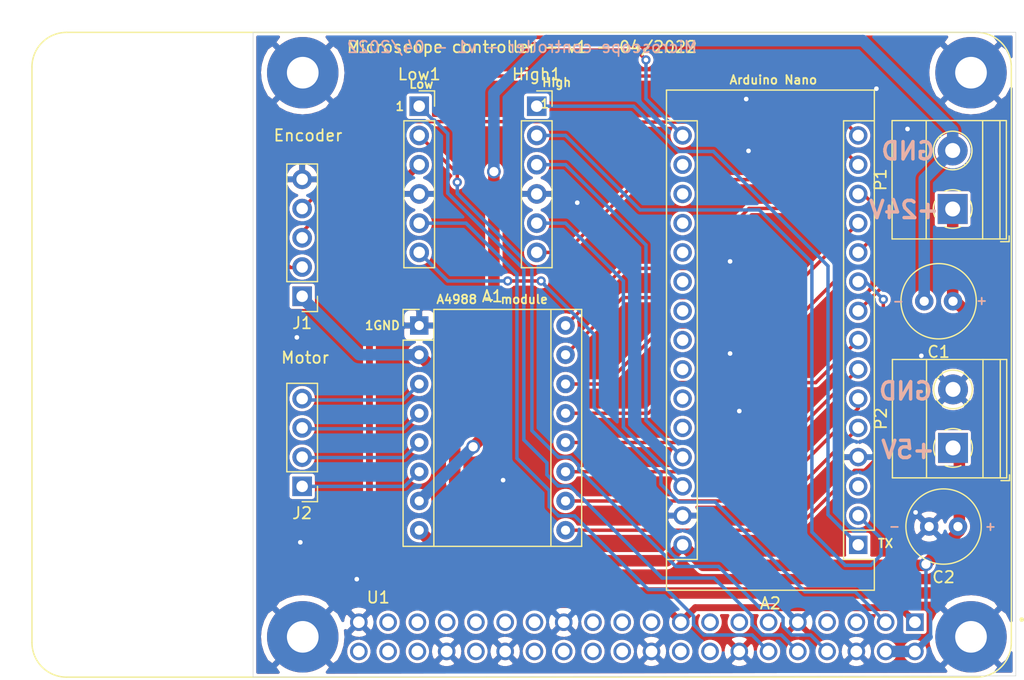
<source format=kicad_pcb>
(kicad_pcb (version 20171130) (host pcbnew "(5.1.12)-1")
  (layers (0 F.Cu signal) (31 B.Cu signal) (34 B.Paste user) (35 F.Paste user) (36 B.SilkS user) (37 F.SilkS user) (38 B.Mask user) (39 F.Mask user) (44 Edge.Cuts user))
  (net 0 "")
  (net 1 GND)
  (net 2 /NENABLE)
  (net 3 +5V)
  (net 4 /MS1)
  (net 5 /1B)
  (net 6 /MS2)
  (net 7 /1A)
  (net 8 /MS3)
  (net 9 /2A)
  (net 10 /NRESET)
  (net 11 /2B)
  (net 12 /NSLEEP)
  (net 13 GND1)
  (net 14 /STEP)
  (net 15 +24V)
  (net 16 /DIR)
  (net 17 "Net-(A2-Pad17)")
  (net 18 "Net-(A2-Pad18)")
  (net 19 "Net-(A2-Pad3)")
  (net 20 "Net-(A2-Pad19)")
  (net 21 "Net-(A2-Pad20)")
  (net 22 "Net-(A2-Pad21)")
  (net 23 "Net-(A2-Pad22)")
  (net 24 "Net-(A2-Pad23)")
  (net 25 "Net-(A2-Pad24)")
  (net 26 "Net-(A2-Pad25)")
  (net 27 "Net-(A2-Pad26)")
  (net 28 /A)
  (net 29 /B)
  (net 30 /PULSO)
  (net 31 "Net-(U1-Pad5)")
  (net 32 "Net-(U1-Pad7)")
  (net 33 "Net-(U1-Pad11)")
  (net 34 "Net-(U1-Pad13)")
  (net 35 "Net-(U1-Pad15)")
  (net 36 "Net-(U1-Pad19)")
  (net 37 "Net-(U1-Pad21)")
  (net 38 "Net-(U1-Pad23)")
  (net 39 "Net-(U1-Pad16)")
  (net 40 "Net-(U1-Pad18)")
  (net 41 "Net-(U1-Pad22)")
  (net 42 "Net-(U1-Pad24)")
  (net 43 "Net-(U1-Pad26)")
  (net 44 "Net-(U1-Pad27)")
  (net 45 "Net-(U1-Pad28)")
  (net 46 "Net-(U1-Pad29)")
  (net 47 "Net-(U1-Pad31)")
  (net 48 "Net-(U1-Pad33)")
  (net 49 "Net-(U1-Pad35)")
  (net 50 "Net-(U1-Pad37)")
  (net 51 "Net-(U1-Pad32)")
  (net 52 "Net-(U1-Pad36)")
  (net 53 "Net-(U1-Pad38)")
  (net 54 "Net-(U1-Pad40)")
  (net 55 /TX_Arduino)
  (net 56 /RX_Arduino)
  (net 57 /DIO6)
  (net 58 +5VP)
  (net 59 /NRESET_ARD)
  (net 60 +3V3)
  (net 61 /GPIO2_ARD_D6)
  (net 62 /TX_Rasp)
  (net 63 /RX_Rasp)
  (net 64 /GPIO18)
  (module Module:Pololu_Breakout-16_15.2x20.3mm (layer F.Cu) (at 109.22 102.87)
    (fp_text reference A1 (at 6.35 -2.54) (layer F.SilkS))
    (fp_text value Pololu_Breakout_A4988)
    (fp_line (start 11.43 -1.4) (end 11.43 19.18) (layer F.SilkS) (width 0.12))
    (fp_line (start 1.27 1.27) (end 1.27 19.18) (layer F.SilkS) (width 0.12))
    (fp_line (start 0 -1.4) (end -1.4 -1.4) (layer F.SilkS) (width 0.12))
    (fp_line (start -1.4 -1.4) (end -1.4 0) (layer F.SilkS) (width 0.12))
    (fp_line (start 1.27 -1.4) (end 1.27 1.27) (layer F.SilkS) (width 0.12))
    (fp_line (start 1.27 1.27) (end -1.4 1.27) (layer F.SilkS) (width 0.12))
    (fp_line (start -1.4 1.27) (end -1.4 19.18) (layer F.SilkS) (width 0.12))
    (fp_line (start -1.4 19.18) (end 14.1 19.18) (layer F.SilkS) (width 0.12))
    (fp_line (start 14.1 19.18) (end 14.1 -1.4) (layer F.SilkS) (width 0.12))
    (fp_line (start 14.1 -1.4) (end 1.27 -1.4) (layer F.SilkS) (width 0.12))
    (pad 1 thru_hole rect (at 0 0) (size 1.6 1.6) (drill 0.8) (layers *.Cu *.Mask) (net 1 GND))
    (pad 9 thru_hole oval (at 12.7 17.78) (size 1.6 1.6) (drill 0.8) (layers *.Cu *.Mask) (net 2 /NENABLE))
    (pad 2 thru_hole oval (at 0 2.54) (size 1.6 1.6) (drill 0.8) (layers *.Cu *.Mask) (net 3 +5V))
    (pad 10 thru_hole oval (at 12.7 15.24) (size 1.6 1.6) (drill 0.8) (layers *.Cu *.Mask) (net 4 /MS1))
    (pad 3 thru_hole oval (at 0 5.08) (size 1.6 1.6) (drill 0.8) (layers *.Cu *.Mask) (net 5 /1B))
    (pad 11 thru_hole oval (at 12.7 12.7) (size 1.6 1.6) (drill 0.8) (layers *.Cu *.Mask) (net 6 /MS2))
    (pad 4 thru_hole oval (at 0 7.62) (size 1.6 1.6) (drill 0.8) (layers *.Cu *.Mask) (net 7 /1A))
    (pad 12 thru_hole oval (at 12.7 10.16) (size 1.6 1.6) (drill 0.8) (layers *.Cu *.Mask) (net 8 /MS3))
    (pad 5 thru_hole oval (at 0 10.16) (size 1.6 1.6) (drill 0.8) (layers *.Cu *.Mask) (net 9 /2A))
    (pad 13 thru_hole oval (at 12.7 7.62) (size 1.6 1.6) (drill 0.8) (layers *.Cu *.Mask) (net 10 /NRESET))
    (pad 6 thru_hole oval (at 0 12.7) (size 1.6 1.6) (drill 0.8) (layers *.Cu *.Mask) (net 11 /2B))
    (pad 14 thru_hole oval (at 12.7 5.08) (size 1.6 1.6) (drill 0.8) (layers *.Cu *.Mask) (net 12 /NSLEEP))
    (pad 7 thru_hole oval (at 0 15.24) (size 1.6 1.6) (drill 0.8) (layers *.Cu *.Mask) (net 13 GND1))
    (pad 15 thru_hole oval (at 12.7 2.54) (size 1.6 1.6) (drill 0.8) (layers *.Cu *.Mask) (net 14 /STEP))
    (pad 8 thru_hole oval (at 0 17.78) (size 1.6 1.6) (drill 0.8) (layers *.Cu *.Mask) (net 15 +24V))
    (pad 16 thru_hole oval (at 12.7 0) (size 1.6 1.6) (drill 0.8) (layers *.Cu *.Mask) (net 16 /DIR))
  )
  (module Module:Arduino_Nano (layer F.Cu) (at 147.32 121.92 180)
    (fp_text reference A2 (at 7.62 -5.08) (layer F.SilkS))
    (fp_text value Arduino_Nano_Every)
    (fp_line (start 1.27 1.27) (end 1.27 -1.27) (layer F.SilkS) (width 0.12))
    (fp_line (start 1.27 -1.27) (end -1.4 -1.27) (layer F.SilkS) (width 0.12))
    (fp_line (start -1.4 1.27) (end -1.4 39.5) (layer F.SilkS) (width 0.12))
    (fp_line (start -1.4 -3.94) (end -1.4 -1.27) (layer F.SilkS) (width 0.12))
    (fp_line (start 13.97 -1.27) (end 16.64 -1.27) (layer F.SilkS) (width 0.12))
    (fp_line (start 13.97 -1.27) (end 13.97 36.83) (layer F.SilkS) (width 0.12))
    (fp_line (start 13.97 36.83) (end 16.64 36.83) (layer F.SilkS) (width 0.12))
    (fp_line (start 1.27 1.27) (end -1.4 1.27) (layer F.SilkS) (width 0.12))
    (fp_line (start 1.27 1.27) (end 1.27 36.83) (layer F.SilkS) (width 0.12))
    (fp_line (start 1.27 36.83) (end -1.4 36.83) (layer F.SilkS) (width 0.12))
    (fp_line (start -1.4 39.5) (end 16.64 39.5) (layer F.SilkS) (width 0.12))
    (fp_line (start 16.64 39.5) (end 16.64 -3.94) (layer F.SilkS) (width 0.12))
    (fp_line (start 16.64 -3.94) (end -1.4 -3.94) (layer F.SilkS) (width 0.12))
    (pad 1 thru_hole rect (at 0 0 180) (size 1.6 1.6) (drill 1) (layers *.Cu *.Mask) (net 55 /TX_Arduino))
    (pad 17 thru_hole oval (at 15.24 33.02 180) (size 1.6 1.6) (drill 1) (layers *.Cu *.Mask) (net 17 "Net-(A2-Pad17)"))
    (pad 2 thru_hole oval (at 0 2.54 180) (size 1.6 1.6) (drill 1) (layers *.Cu *.Mask) (net 56 /RX_Arduino))
    (pad 18 thru_hole oval (at 15.24 30.48 180) (size 1.6 1.6) (drill 1) (layers *.Cu *.Mask) (net 18 "Net-(A2-Pad18)"))
    (pad 3 thru_hole oval (at 0 5.08 180) (size 1.6 1.6) (drill 1) (layers *.Cu *.Mask) (net 19 "Net-(A2-Pad3)"))
    (pad 19 thru_hole oval (at 15.24 27.94 180) (size 1.6 1.6) (drill 1) (layers *.Cu *.Mask) (net 20 "Net-(A2-Pad19)"))
    (pad 4 thru_hole oval (at 0 7.62 180) (size 1.6 1.6) (drill 1) (layers *.Cu *.Mask) (net 1 GND))
    (pad 20 thru_hole oval (at 15.24 25.4 180) (size 1.6 1.6) (drill 1) (layers *.Cu *.Mask) (net 21 "Net-(A2-Pad20)"))
    (pad 5 thru_hole oval (at 0 10.16 180) (size 1.6 1.6) (drill 1) (layers *.Cu *.Mask) (net 4 /MS1))
    (pad 21 thru_hole oval (at 15.24 22.86 180) (size 1.6 1.6) (drill 1) (layers *.Cu *.Mask) (net 22 "Net-(A2-Pad21)"))
    (pad 6 thru_hole oval (at 0 12.7 180) (size 1.6 1.6) (drill 1) (layers *.Cu *.Mask) (net 6 /MS2))
    (pad 22 thru_hole oval (at 15.24 20.32 180) (size 1.6 1.6) (drill 1) (layers *.Cu *.Mask) (net 23 "Net-(A2-Pad22)"))
    (pad 7 thru_hole oval (at 0 15.24 180) (size 1.6 1.6) (drill 1) (layers *.Cu *.Mask) (net 8 /MS3))
    (pad 23 thru_hole oval (at 15.24 17.78 180) (size 1.6 1.6) (drill 1) (layers *.Cu *.Mask) (net 24 "Net-(A2-Pad23)"))
    (pad 8 thru_hole oval (at 0 17.78 180) (size 1.6 1.6) (drill 1) (layers *.Cu *.Mask) (net 10 /NRESET))
    (pad 24 thru_hole oval (at 15.24 15.24 180) (size 1.6 1.6) (drill 1) (layers *.Cu *.Mask) (net 25 "Net-(A2-Pad24)"))
    (pad 9 thru_hole oval (at 0 20.32 180) (size 1.6 1.6) (drill 1) (layers *.Cu *.Mask) (net 57 /DIO6))
    (pad 25 thru_hole oval (at 15.24 12.7 180) (size 1.6 1.6) (drill 1) (layers *.Cu *.Mask) (net 26 "Net-(A2-Pad25)"))
    (pad 10 thru_hole oval (at 0 22.86 180) (size 1.6 1.6) (drill 1) (layers *.Cu *.Mask) (net 2 /NENABLE))
    (pad 26 thru_hole oval (at 15.24 10.16 180) (size 1.6 1.6) (drill 1) (layers *.Cu *.Mask) (net 27 "Net-(A2-Pad26)"))
    (pad 11 thru_hole oval (at 0 25.4 180) (size 1.6 1.6) (drill 1) (layers *.Cu *.Mask) (net 16 /DIR))
    (pad 27 thru_hole oval (at 15.24 7.62 180) (size 1.6 1.6) (drill 1) (layers *.Cu *.Mask) (net 58 +5VP))
    (pad 12 thru_hole oval (at 0 27.94 180) (size 1.6 1.6) (drill 1) (layers *.Cu *.Mask) (net 14 /STEP))
    (pad 28 thru_hole oval (at 15.24 5.08 180) (size 1.6 1.6) (drill 1) (layers *.Cu *.Mask) (net 59 /NRESET_ARD))
    (pad 13 thru_hole oval (at 0 30.48 180) (size 1.6 1.6) (drill 1) (layers *.Cu *.Mask) (net 12 /NSLEEP))
    (pad 29 thru_hole oval (at 15.24 2.54 180) (size 1.6 1.6) (drill 1) (layers *.Cu *.Mask) (net 1 GND))
    (pad 14 thru_hole oval (at 0 33.02 180) (size 1.6 1.6) (drill 1) (layers *.Cu *.Mask) (net 28 /A))
    (pad 30 thru_hole oval (at 15.24 0 180) (size 1.6 1.6) (drill 1) (layers *.Cu *.Mask) (net 3 +5V))
    (pad 15 thru_hole oval (at 0 35.56 180) (size 1.6 1.6) (drill 1) (layers *.Cu *.Mask) (net 29 /B))
    (pad 16 thru_hole oval (at 15.24 35.56 180) (size 1.6 1.6) (drill 1) (layers *.Cu *.Mask) (net 30 /PULSO))
  )
  (module TerminalBlock_Phoenix:TerminalBlock_Phoenix_MKDS-1,5-2-5.08_1x02_P5.08mm_Horizontal (layer F.Cu) (at 155.52 92.75 90)
    (fp_text reference P1 (at 2.54 -6.26 90) (layer F.SilkS))
    (fp_text value "Power 24V")
    (fp_circle (center 5.08 0) (end 6.76 0) (layer F.SilkS) (width 0.12))
    (fp_line (start -2.6 4.1) (end 7.68 4.1) (layer F.SilkS) (width 0.12))
    (fp_line (start -2.6 2.6) (end 7.68 2.6) (layer F.SilkS) (width 0.12))
    (fp_line (start -2.6 -2.301) (end 7.68 -2.301) (layer F.SilkS) (width 0.12))
    (fp_line (start -2.6 -5.261) (end 7.68 -5.261) (layer F.SilkS) (width 0.12))
    (fp_line (start -2.6 4.66) (end 7.68 4.66) (layer F.SilkS) (width 0.12))
    (fp_line (start -2.6 -5.261) (end -2.6 4.66) (layer F.SilkS) (width 0.12))
    (fp_line (start 7.68 -5.261) (end 7.68 4.66) (layer F.SilkS) (width 0.12))
    (fp_line (start 6.355 -1.069) (end 6.308 -1.023) (layer F.SilkS) (width 0.12))
    (fp_line (start 4.046 1.239) (end 4.011 1.274) (layer F.SilkS) (width 0.12))
    (fp_line (start 6.15 -1.275) (end 6.115 -1.239) (layer F.SilkS) (width 0.12))
    (fp_line (start 3.853 1.023) (end 3.806 1.069) (layer F.SilkS) (width 0.12))
    (fp_line (start -2.84 4.16) (end -2.84 4.9) (layer F.SilkS) (width 0.12))
    (fp_line (start -2.84 4.9) (end -2.34 4.9) (layer F.SilkS) (width 0.12))
    (fp_arc (start 0 0) (end 0 1.68) (angle -24) (layer F.SilkS) (width 0.12))
    (fp_arc (start 0 0) (end 1.535 0.684) (angle -48) (layer F.SilkS) (width 0.12))
    (fp_arc (start 0 0) (end 0.684 -1.535) (angle -48) (layer F.SilkS) (width 0.12))
    (fp_arc (start 0 0) (end -1.535 -0.684) (angle -48) (layer F.SilkS) (width 0.12))
    (fp_arc (start 0 0) (end -0.684 1.535) (angle -25) (layer F.SilkS) (width 0.12))
    (pad 1 thru_hole rect (at 0 0 90) (size 2.6 2.6) (drill 1.3) (layers *.Cu *.Mask) (net 15 +24V))
    (pad 2 thru_hole circle (at 5.08 0 90) (size 2.6 2.6) (drill 1.3) (layers *.Cu *.Mask) (net 13 GND1))
  )
  (module TerminalBlock_Phoenix:TerminalBlock_Phoenix_MKDS-1,5-2-5.08_1x02_P5.08mm_Horizontal (layer F.Cu) (at 155.55 113.5 90)
    (fp_text reference P2 (at 2.54 -6.26 90) (layer F.SilkS))
    (fp_text value "Power 5.5V")
    (fp_line (start -2.84 4.9) (end -2.34 4.9) (layer F.SilkS) (width 0.12))
    (fp_line (start -2.84 4.16) (end -2.84 4.9) (layer F.SilkS) (width 0.12))
    (fp_line (start 3.853 1.023) (end 3.806 1.069) (layer F.SilkS) (width 0.12))
    (fp_line (start 6.15 -1.275) (end 6.115 -1.239) (layer F.SilkS) (width 0.12))
    (fp_line (start 4.046 1.239) (end 4.011 1.274) (layer F.SilkS) (width 0.12))
    (fp_line (start 6.355 -1.069) (end 6.308 -1.023) (layer F.SilkS) (width 0.12))
    (fp_line (start 7.68 -5.261) (end 7.68 4.66) (layer F.SilkS) (width 0.12))
    (fp_line (start -2.6 -5.261) (end -2.6 4.66) (layer F.SilkS) (width 0.12))
    (fp_line (start -2.6 4.66) (end 7.68 4.66) (layer F.SilkS) (width 0.12))
    (fp_line (start -2.6 -5.261) (end 7.68 -5.261) (layer F.SilkS) (width 0.12))
    (fp_line (start -2.6 -2.301) (end 7.68 -2.301) (layer F.SilkS) (width 0.12))
    (fp_line (start -2.6 2.6) (end 7.68 2.6) (layer F.SilkS) (width 0.12))
    (fp_line (start -2.6 4.1) (end 7.68 4.1) (layer F.SilkS) (width 0.12))
    (fp_circle (center 5.08 0) (end 6.76 0) (layer F.SilkS) (width 0.12))
    (fp_arc (start 0 0) (end -0.684 1.535) (angle -25) (layer F.SilkS) (width 0.12))
    (fp_arc (start 0 0) (end -1.535 -0.684) (angle -48) (layer F.SilkS) (width 0.12))
    (fp_arc (start 0 0) (end 0.684 -1.535) (angle -48) (layer F.SilkS) (width 0.12))
    (fp_arc (start 0 0) (end 1.535 0.684) (angle -48) (layer F.SilkS) (width 0.12))
    (fp_arc (start 0 0) (end 0 1.68) (angle -24) (layer F.SilkS) (width 0.12))
    (pad 2 thru_hole circle (at 5.08 0 90) (size 2.6 2.6) (drill 1.3) (layers *.Cu *.Mask) (net 1 GND))
    (pad 1 thru_hole rect (at 0 0 90) (size 2.6 2.6) (drill 1.3) (layers *.Cu *.Mask) (net 3 +5V))
  )
  (module RASPBERRY_PI_3_MODEL_B_:MODULE_RASPBERRY_PI_3_MODEL_B+ (layer F.Cu) (at 118.11 105.41 180)
    (fp_text reference U1 (at 12.446 -21.082) (layer F.SilkS))
    (fp_text value RASPBERRY_PI_3_MODEL_B+)
    (fp_line (start -42.5 -25) (end -42.5 25) (layer F.SilkS) (width 0.127))
    (fp_line (start -39.5 28) (end 39.5 28) (layer F.SilkS) (width 0.127))
    (fp_line (start 42.5 25) (end 42.5 -25) (layer F.SilkS) (width 0.127))
    (fp_line (start 39.5 -28) (end -39.5 -28) (layer F.SilkS) (width 0.127))
    (fp_circle (center -43.4 -23) (end -43.3 -23) (layer F.SilkS) (width 0.2))
    (fp_arc (start -39.5 25) (end -39.5 28) (angle 90) (layer F.SilkS) (width 0.127))
    (fp_arc (start 39.5 25) (end 42.5 25) (angle 90) (layer F.SilkS) (width 0.127))
    (fp_arc (start 39.5 -25) (end 39.5 -28) (angle 90) (layer F.SilkS) (width 0.127))
    (fp_arc (start -39.5 -25) (end -42.5 -25) (angle 90) (layer F.SilkS) (width 0.127))
    (pad S4 thru_hole circle (at -39 24.5 180) (size 6.2 6.2) (drill 2.75) (layers *.Cu *.Mask) (net 1 GND))
    (pad S3 thru_hole circle (at 19 24.5 180) (size 6.2 6.2) (drill 2.75) (layers *.Cu *.Mask) (net 1 GND))
    (pad S2 thru_hole circle (at 19 -24.5 180) (size 6.2 6.2) (drill 2.75) (layers *.Cu *.Mask) (net 1 GND))
    (pad S1 thru_hole circle (at -39 -24.5 180) (size 6.2 6.2) (drill 2.75) (layers *.Cu *.Mask) (net 1 GND))
    (pad 1 thru_hole rect (at -34.13 -23.23 180) (size 1.524 1.524) (drill 1.016) (layers *.Cu *.Mask) (net 60 +3V3))
    (pad 3 thru_hole circle (at -31.59 -23.23 180) (size 1.524 1.524) (drill 1.016) (layers *.Cu *.Mask) (net 61 /GPIO2_ARD_D6))
    (pad 5 thru_hole circle (at -29.05 -23.23 180) (size 1.524 1.524) (drill 1.016) (layers *.Cu *.Mask) (net 31 "Net-(U1-Pad5)"))
    (pad 7 thru_hole circle (at -26.51 -23.23 180) (size 1.524 1.524) (drill 1.016) (layers *.Cu *.Mask) (net 32 "Net-(U1-Pad7)"))
    (pad 9 thru_hole circle (at -23.97 -23.23 180) (size 1.524 1.524) (drill 1.016) (layers *.Cu *.Mask) (net 1 GND))
    (pad 11 thru_hole circle (at -21.43 -23.23 180) (size 1.524 1.524) (drill 1.016) (layers *.Cu *.Mask) (net 33 "Net-(U1-Pad11)"))
    (pad 2 thru_hole circle (at -34.13 -25.77 180) (size 1.524 1.524) (drill 1.016) (layers *.Cu *.Mask) (net 3 +5V))
    (pad 4 thru_hole circle (at -31.59 -25.77 180) (size 1.524 1.524) (drill 1.016) (layers *.Cu *.Mask) (net 3 +5V))
    (pad 6 thru_hole circle (at -29.05 -25.77 180) (size 1.524 1.524) (drill 1.016) (layers *.Cu *.Mask) (net 1 GND))
    (pad 8 thru_hole circle (at -26.51 -25.77 180) (size 1.524 1.524) (drill 1.016) (layers *.Cu *.Mask) (net 62 /TX_Rasp))
    (pad 10 thru_hole circle (at -23.97 -25.77 180) (size 1.524 1.524) (drill 1.016) (layers *.Cu *.Mask) (net 63 /RX_Rasp))
    (pad 12 thru_hole circle (at -21.43 -25.77 180) (size 1.524 1.524) (drill 1.016) (layers *.Cu *.Mask) (net 64 /GPIO18))
    (pad 13 thru_hole circle (at -18.89 -23.23 180) (size 1.524 1.524) (drill 1.016) (layers *.Cu *.Mask) (net 34 "Net-(U1-Pad13)"))
    (pad 14 thru_hole circle (at -18.89 -25.77 180) (size 1.524 1.524) (drill 1.016) (layers *.Cu *.Mask) (net 1 GND))
    (pad 15 thru_hole circle (at -16.35 -23.23 180) (size 1.524 1.524) (drill 1.016) (layers *.Cu *.Mask) (net 35 "Net-(U1-Pad15)"))
    (pad 17 thru_hole circle (at -13.81 -23.23 180) (size 1.524 1.524) (drill 1.016) (layers *.Cu *.Mask) (net 60 +3V3))
    (pad 19 thru_hole circle (at -11.27 -23.23 180) (size 1.524 1.524) (drill 1.016) (layers *.Cu *.Mask) (net 36 "Net-(U1-Pad19)"))
    (pad 21 thru_hole circle (at -8.73 -23.23 180) (size 1.524 1.524) (drill 1.016) (layers *.Cu *.Mask) (net 37 "Net-(U1-Pad21)"))
    (pad 23 thru_hole circle (at -6.19 -23.23 180) (size 1.524 1.524) (drill 1.016) (layers *.Cu *.Mask) (net 38 "Net-(U1-Pad23)"))
    (pad 25 thru_hole circle (at -3.65 -23.23 180) (size 1.524 1.524) (drill 1.016) (layers *.Cu *.Mask) (net 1 GND))
    (pad 16 thru_hole circle (at -16.35 -25.77 180) (size 1.524 1.524) (drill 1.016) (layers *.Cu *.Mask) (net 39 "Net-(U1-Pad16)"))
    (pad 18 thru_hole circle (at -13.81 -25.77 180) (size 1.524 1.524) (drill 1.016) (layers *.Cu *.Mask) (net 40 "Net-(U1-Pad18)"))
    (pad 20 thru_hole circle (at -11.27 -25.77 180) (size 1.524 1.524) (drill 1.016) (layers *.Cu *.Mask) (net 1 GND))
    (pad 22 thru_hole circle (at -8.73 -25.77 180) (size 1.524 1.524) (drill 1.016) (layers *.Cu *.Mask) (net 41 "Net-(U1-Pad22)"))
    (pad 24 thru_hole circle (at -6.19 -25.77 180) (size 1.524 1.524) (drill 1.016) (layers *.Cu *.Mask) (net 42 "Net-(U1-Pad24)"))
    (pad 26 thru_hole circle (at -3.65 -25.77 180) (size 1.524 1.524) (drill 1.016) (layers *.Cu *.Mask) (net 43 "Net-(U1-Pad26)"))
    (pad 27 thru_hole circle (at -1.11 -23.23 180) (size 1.524 1.524) (drill 1.016) (layers *.Cu *.Mask) (net 44 "Net-(U1-Pad27)"))
    (pad 28 thru_hole circle (at -1.11 -25.77 180) (size 1.524 1.524) (drill 1.016) (layers *.Cu *.Mask) (net 45 "Net-(U1-Pad28)"))
    (pad 29 thru_hole circle (at 1.43 -23.23 180) (size 1.524 1.524) (drill 1.016) (layers *.Cu *.Mask) (net 46 "Net-(U1-Pad29)"))
    (pad 31 thru_hole circle (at 3.97 -23.23 180) (size 1.524 1.524) (drill 1.016) (layers *.Cu *.Mask) (net 47 "Net-(U1-Pad31)"))
    (pad 33 thru_hole circle (at 6.51 -23.23 180) (size 1.524 1.524) (drill 1.016) (layers *.Cu *.Mask) (net 48 "Net-(U1-Pad33)"))
    (pad 35 thru_hole circle (at 9.05 -23.23 180) (size 1.524 1.524) (drill 1.016) (layers *.Cu *.Mask) (net 49 "Net-(U1-Pad35)"))
    (pad 37 thru_hole circle (at 11.59 -23.23 180) (size 1.524 1.524) (drill 1.016) (layers *.Cu *.Mask) (net 50 "Net-(U1-Pad37)"))
    (pad 39 thru_hole circle (at 14.13 -23.23 180) (size 1.524 1.524) (drill 1.016) (layers *.Cu *.Mask) (net 1 GND))
    (pad 30 thru_hole circle (at 1.43 -25.77 180) (size 1.524 1.524) (drill 1.016) (layers *.Cu *.Mask) (net 1 GND))
    (pad 32 thru_hole circle (at 3.97 -25.77 180) (size 1.524 1.524) (drill 1.016) (layers *.Cu *.Mask) (net 51 "Net-(U1-Pad32)"))
    (pad 34 thru_hole circle (at 6.51 -25.77 180) (size 1.524 1.524) (drill 1.016) (layers *.Cu *.Mask) (net 1 GND))
    (pad 36 thru_hole circle (at 9.05 -25.77 180) (size 1.524 1.524) (drill 1.016) (layers *.Cu *.Mask) (net 52 "Net-(U1-Pad36)"))
    (pad 38 thru_hole circle (at 11.59 -25.77 180) (size 1.524 1.524) (drill 1.016) (layers *.Cu *.Mask) (net 53 "Net-(U1-Pad38)"))
    (pad 40 thru_hole circle (at 14.13 -25.77 180) (size 1.524 1.524) (drill 1.016) (layers *.Cu *.Mask) (net 54 "Net-(U1-Pad40)"))
  )
  (module Connector_PinSocket_2.54mm:PinSocket_1x06_P2.54mm_Vertical (layer F.Cu) (at 119.42 83.82)
    (fp_text reference High1 (at 0 -2.77) (layer F.SilkS))
    (fp_text value Conn_01x06_Female)
    (fp_line (start -1.33 1.27) (end 1.33 1.27) (layer F.SilkS) (width 0.12))
    (fp_line (start -1.33 1.27) (end -1.33 14.03) (layer F.SilkS) (width 0.12))
    (fp_line (start -1.33 14.03) (end 1.33 14.03) (layer F.SilkS) (width 0.12))
    (fp_line (start 1.33 1.27) (end 1.33 14.03) (layer F.SilkS) (width 0.12))
    (fp_line (start 1.33 -1.33) (end 1.33 0) (layer F.SilkS) (width 0.12))
    (fp_line (start 0 -1.33) (end 1.33 -1.33) (layer F.SilkS) (width 0.12))
    (pad 6 thru_hole oval (at 0 12.7) (size 1.7 1.7) (drill 1) (layers *.Cu *.Mask) (net 57 /DIO6))
    (pad 5 thru_hole oval (at 0 10.16) (size 1.7 1.7) (drill 1) (layers *.Cu *.Mask) (net 59 /NRESET_ARD))
    (pad 4 thru_hole oval (at 0 7.62) (size 1.7 1.7) (drill 1) (layers *.Cu *.Mask) (net 1 GND))
    (pad 3 thru_hole oval (at 0 5.08) (size 1.7 1.7) (drill 1) (layers *.Cu *.Mask) (net 58 +5VP))
    (pad 2 thru_hole oval (at 0 2.54) (size 1.7 1.7) (drill 1) (layers *.Cu *.Mask) (net 56 /RX_Arduino))
    (pad 1 thru_hole rect (at 0 0) (size 1.7 1.7) (drill 1) (layers *.Cu *.Mask) (net 55 /TX_Arduino))
  )
  (module Connector_PinSocket_2.54mm:PinSocket_1x06_P2.54mm_Vertical (layer F.Cu) (at 109.22 83.82)
    (fp_text reference Low1 (at 0 -2.77) (layer F.SilkS))
    (fp_text value Conn_01x06_Female)
    (fp_line (start 0 -1.33) (end 1.33 -1.33) (layer F.SilkS) (width 0.12))
    (fp_line (start 1.33 -1.33) (end 1.33 0) (layer F.SilkS) (width 0.12))
    (fp_line (start 1.33 1.27) (end 1.33 14.03) (layer F.SilkS) (width 0.12))
    (fp_line (start -1.33 14.03) (end 1.33 14.03) (layer F.SilkS) (width 0.12))
    (fp_line (start -1.33 1.27) (end -1.33 14.03) (layer F.SilkS) (width 0.12))
    (fp_line (start -1.33 1.27) (end 1.33 1.27) (layer F.SilkS) (width 0.12))
    (pad 1 thru_hole rect (at 0 0) (size 1.7 1.7) (drill 1) (layers *.Cu *.Mask) (net 63 /RX_Rasp))
    (pad 2 thru_hole oval (at 0 2.54) (size 1.7 1.7) (drill 1) (layers *.Cu *.Mask) (net 62 /TX_Rasp))
    (pad 3 thru_hole oval (at 0 5.08) (size 1.7 1.7) (drill 1) (layers *.Cu *.Mask) (net 60 +3V3))
    (pad 4 thru_hole oval (at 0 7.62) (size 1.7 1.7) (drill 1) (layers *.Cu *.Mask) (net 1 GND))
    (pad 5 thru_hole oval (at 0 10.16) (size 1.7 1.7) (drill 1) (layers *.Cu *.Mask) (net 64 /GPIO18))
    (pad 6 thru_hole oval (at 0 12.7) (size 1.7 1.7) (drill 1) (layers *.Cu *.Mask) (net 61 /GPIO2_ARD_D6))
  )
  (module Capacitor_THT:C_Radial_D6.3mm_H7.0mm_P2.50mm (layer F.Cu) (at 155.55 100.76 180)
    (fp_text reference C1 (at 1.25 -4.4) (layer F.SilkS))
    (fp_text value "100 uF/ 25 V")
    (fp_circle (center 1.25 0) (end 4.52 0) (layer F.SilkS) (width 0.12))
    (pad 1 thru_hole circle (at 0 0 180) (size 1.6 1.6) (drill 0.8) (layers *.Cu *.Mask) (net 15 +24V))
    (pad 2 thru_hole circle (at 2.5 0 180) (size 1.6 1.6) (drill 0.8) (layers *.Cu *.Mask) (net 13 GND1))
  )
  (module Capacitor_THT:C_Radial_D6.3mm_H7.0mm_P2.50mm (layer F.Cu) (at 155.98 120.33 180)
    (fp_text reference C2 (at 1.25 -4.4) (layer F.SilkS))
    (fp_text value "100 uF/ 25 V")
    (fp_circle (center 1.25 0) (end 4.52 0) (layer F.SilkS) (width 0.12))
    (pad 2 thru_hole circle (at 2.5 0 180) (size 1.6 1.6) (drill 0.8) (layers *.Cu *.Mask) (net 1 GND))
    (pad 1 thru_hole circle (at 0 0 180) (size 1.6 1.6) (drill 0.8) (layers *.Cu *.Mask) (net 3 +5V))
  )
  (module Connector_PinHeader_2.54mm:PinHeader_1x05_P2.54mm_Vertical (layer F.Cu) (at 99.06 100.33 180)
    (fp_text reference J1 (at 0 -2.33) (layer F.SilkS))
    (fp_text value encoder)
    (fp_line (start -1.33 11.49) (end 1.33 11.49) (layer F.SilkS) (width 0.12))
    (fp_line (start -1.33 1.27) (end -1.33 11.49) (layer F.SilkS) (width 0.12))
    (fp_line (start 1.33 1.27) (end 1.33 11.49) (layer F.SilkS) (width 0.12))
    (fp_line (start -1.33 1.27) (end 1.33 1.27) (layer F.SilkS) (width 0.12))
    (fp_line (start -1.33 0) (end -1.33 -1.33) (layer F.SilkS) (width 0.12))
    (fp_line (start -1.33 -1.33) (end 0 -1.33) (layer F.SilkS) (width 0.12))
    (pad 1 thru_hole rect (at 0 0 180) (size 1.7 1.7) (drill 1) (layers *.Cu *.Mask) (net 3 +5V))
    (pad 2 thru_hole oval (at 0 2.54 180) (size 1.7 1.7) (drill 1) (layers *.Cu *.Mask) (net 30 /PULSO))
    (pad 3 thru_hole oval (at 0 5.08 180) (size 1.7 1.7) (drill 1) (layers *.Cu *.Mask) (net 28 /A))
    (pad 4 thru_hole oval (at 0 7.62 180) (size 1.7 1.7) (drill 1) (layers *.Cu *.Mask) (net 29 /B))
    (pad 5 thru_hole oval (at 0 10.16 180) (size 1.7 1.7) (drill 1) (layers *.Cu *.Mask) (net 1 GND))
  )
  (module Connector_PinHeader_2.54mm:PinHeader_1x04_P2.54mm_Vertical (layer F.Cu) (at 99.06 116.84 180)
    (fp_text reference J2 (at 0 -2.33) (layer F.SilkS))
    (fp_text value "motor de passo")
    (fp_line (start -1.33 8.95) (end 1.33 8.95) (layer F.SilkS) (width 0.12))
    (fp_line (start -1.33 1.27) (end -1.33 8.95) (layer F.SilkS) (width 0.12))
    (fp_line (start 1.33 1.27) (end 1.33 8.95) (layer F.SilkS) (width 0.12))
    (fp_line (start -1.33 1.27) (end 1.33 1.27) (layer F.SilkS) (width 0.12))
    (fp_line (start -1.33 0) (end -1.33 -1.33) (layer F.SilkS) (width 0.12))
    (fp_line (start -1.33 -1.33) (end 0 -1.33) (layer F.SilkS) (width 0.12))
    (pad 1 thru_hole rect (at 0 0 180) (size 1.7 1.7) (drill 1) (layers *.Cu *.Mask) (net 11 /2B))
    (pad 2 thru_hole oval (at 0 2.54 180) (size 1.7 1.7) (drill 1) (layers *.Cu *.Mask) (net 9 /2A))
    (pad 3 thru_hole oval (at 0 5.08 180) (size 1.7 1.7) (drill 1) (layers *.Cu *.Mask) (net 7 /1A))
    (pad 4 thru_hole oval (at 0 7.62 180) (size 1.7 1.7) (drill 1) (layers *.Cu *.Mask) (net 5 /1B))
  )
  (gr_text Encoder (at 99.568 86.36) (layer F.SilkS) (effects (font (size 1 1))))
  (gr_text Motor (at 99.314 105.664) (layer F.SilkS) (effects (font (size 1 1))))
  (gr_text "Arduino Nano" (at 139.954 81.534) (layer F.SilkS) (effects (font (size 0.75 0.75))))
  (gr_text TX (at 149.692 121.796) (layer F.SilkS) (effects (font (size 0.75 0.75))))
  (gr_text High (at 121.15 81.76) (layer F.SilkS) (effects (font (size 0.75 0.75))))
  (gr_text Low (at 109.4 81.9) (layer F.SilkS) (effects (font (size 0.75 0.75))))
  (gr_text 1 (at 120.12 83.62) (layer F.SilkS) (effects (font (size 0.75 0.75))))
  (gr_text 1 (at 107.54 83.84) (layer F.SilkS) (effects (font (size 0.75 0.75))))
  (gr_text "A4988 - module" (at 115.55 100.6) (layer F.SilkS) (effects (font (size 0.75 0.75))))
  (gr_text 1GND (at 106.03 102.87) (layer F.SilkS) (effects (font (size 0.75 0.75))))
  (gr_text "Microscope controller - v1 - 04/2022" (at 118.14 78.68) (layer B.SilkS) (effects (font (size 1 1)) (justify mirror)))
  (gr_text "Microscope controller - v1 - 04/2022" (at 118.14 78.68) (layer F.SilkS) (effects (font (size 1 1))))
  (gr_text + (at 158.8 120.31) (layer B.SilkS) (effects (font (size 0.75 0.75)) (justify mirror)))
  (gr_text - (at 150.47 120.31) (layer B.SilkS) (effects (font (size 0.75 0.75)) (justify mirror)))
  (gr_text + (at 158.04 100.69) (layer B.SilkS) (effects (font (size 0.75 0.75)) (justify mirror)))
  (gr_text - (at 150.8 100.75) (layer B.SilkS) (effects (font (size 0.75 0.75)) (justify mirror)))
  (gr_text GND (at 151.64 87.72) (layer B.SilkS) (effects (font (size 1.5 1.5) (thickness 0.3)) (justify mirror)))
  (gr_text GND (at 151.44 108.57) (layer B.SilkS) (effects (font (size 1.5 1.5) (thickness 0.3)) (justify mirror)))
  (gr_text +5V (at 151.64 113.66) (layer B.SilkS) (effects (font (size 1.5 1.5) (thickness 0.3)) (justify mirror)))
  (gr_text +24V (at 151.3 92.82) (layer B.SilkS) (effects (font (size 1.5 1.5) (thickness 0.3)) (justify mirror)))
  (gr_line (start 161 77.4) (end 94.8 77.4) (layer Edge.Cuts) (width 0.05))
  (gr_line (start 161 133.3) (end 161 77.4) (layer Edge.Cuts) (width 0.05))
  (gr_line (start 94.8 133.4) (end 161 133.3) (layer Edge.Cuts) (width 0.05))
  (gr_line (start 94.8 77.4) (end 94.8 133.4) (layer Edge.Cuts) (width 0.05))
  (via (at 148.9 82.3) (size 0.8) (drill 0.4) (layers F.Cu B.Cu) (net 1))
  (via (at 98.9 121.7) (size 0.8) (drill 0.4) (layers F.Cu B.Cu) (net 1))
  (via (at 98.6 103.9) (size 0.8) (drill 0.4) (layers F.Cu B.Cu) (net 1))
  (via (at 136.2 105.3) (size 0.8) (drill 0.4) (layers F.Cu B.Cu) (net 1))
  (via (at 136.2 97.3) (size 0.8) (drill 0.4) (layers F.Cu B.Cu) (net 1))
  (via (at 116.5 116.3) (size 0.8) (drill 0.4) (layers F.Cu B.Cu) (net 1))
  (via (at 151.6 85.8) (size 0.8) (drill 0.4) (layers F.Cu B.Cu) (net 1))
  (via (at 122.936 92.202) (size 0.8) (drill 0.4) (layers F.Cu B.Cu) (net 1))
  (via (at 152.3 119.1) (size 0.8) (drill 0.4) (layers F.Cu B.Cu) (net 1))
  (via (at 103.8 124.9) (size 0.8) (drill 0.4) (layers F.Cu B.Cu) (net 1))
  (via (at 152.8 105.5) (size 0.8) (drill 0.4) (layers F.Cu B.Cu) (net 1))
  (via (at 137 110.3) (size 0.8) (drill 0.4) (layers F.Cu B.Cu) (net 1))
  (via (at 137.6 83.2) (size 0.8) (drill 0.4) (layers F.Cu B.Cu) (net 1))
  (via (at 137.8 87.7) (size 0.8) (drill 0.4) (layers F.Cu B.Cu) (net 1))
  (segment (start 147.872001 115.450001) (end 149.5 113.822002) (width 0.3) (layer F.Cu) (net 2))
  (segment (start 147.007997 115.450001) (end 147.872001 115.450001) (width 0.3) (layer F.Cu) (net 2))
  (segment (start 141.807998 120.65) (end 147.007997 115.450001) (width 0.3) (layer F.Cu) (net 2))
  (segment (start 121.92 120.65) (end 141.807998 120.65) (width 0.3) (layer F.Cu) (net 2))
  (segment (start 149.5 113.822002) (end 149.5 100.6) (width 0.3) (layer F.Cu) (net 2))
  (segment (start 149.5 100.6) (end 149.5 100.6) (width 0.3) (layer F.Cu) (net 2))
  (via (at 149.5 100.6) (size 0.8) (drill 0.4) (layers F.Cu B.Cu) (net 2))
  (segment (start 147.96 99.06) (end 147.32 99.06) (width 0.3) (layer B.Cu) (net 2))
  (segment (start 149.5 100.6) (end 147.96 99.06) (width 0.3) (layer B.Cu) (net 2))
  (segment (start 109.22 105.729998) (end 109.22 105.41) (width 1) (layer B.Cu) (net 3))
  (segment (start 149.7 131.18) (end 152.24 131.18) (width 1) (layer B.Cu) (net 3))
  (segment (start 152.24 131.18) (end 153.502001 129.917999) (width 0.6) (layer B.Cu) (net 3))
  (segment (start 104 105.4) (end 98.92 100.32) (width 1) (layer B.Cu) (net 3))
  (segment (start 109.22 105.41) (end 104.14 105.41) (width 1) (layer B.Cu) (net 3))
  (segment (start 153.1 123.7) (end 153.2 123.6) (width 1) (layer F.Cu) (net 3))
  (segment (start 133.86 123.7) (end 153.1 123.7) (width 1) (layer F.Cu) (net 3))
  (segment (start 132.08 121.92) (end 133.86 123.7) (width 1) (layer F.Cu) (net 3))
  (via (at 153.2 123.6) (size 1.2) (drill 0.8) (layers F.Cu B.Cu) (net 3))
  (segment (start 153.2 123.6) (end 153.3 123.6) (width 0.3) (layer B.Cu) (net 3))
  (segment (start 153.2 127.445998) (end 153.2 123.6) (width 0.3) (layer B.Cu) (net 3))
  (segment (start 153.6 127.845998) (end 153.2 127.445998) (width 0.3) (layer B.Cu) (net 3))
  (segment (start 153.6 129.82) (end 153.6 127.845998) (width 0.3) (layer B.Cu) (net 3))
  (segment (start 153.502001 129.917999) (end 153.6 129.82) (width 0.3) (layer B.Cu) (net 3))
  (segment (start 112.3 108.49) (end 109.22 105.41) (width 1) (layer F.Cu) (net 3))
  (segment (start 112.3 116.5) (end 112.3 108.49) (width 1) (layer F.Cu) (net 3))
  (segment (start 119.1 123.3) (end 112.3 116.5) (width 1) (layer F.Cu) (net 3))
  (segment (start 130.7 123.3) (end 119.1 123.3) (width 1) (layer F.Cu) (net 3))
  (segment (start 132.08 121.92) (end 130.7 123.3) (width 1) (layer F.Cu) (net 3))
  (segment (start 156.1 114.05) (end 155.55 113.5) (width 1) (layer F.Cu) (net 3))
  (segment (start 156.1 120.7) (end 156.1 114.05) (width 1) (layer F.Cu) (net 3))
  (segment (start 153.2 123.6) (end 156.1 120.7) (width 1) (layer F.Cu) (net 3))
  (segment (start 140.97 118.11) (end 147.32 111.76) (width 0.3) (layer F.Cu) (net 4))
  (segment (start 121.92 118.11) (end 140.97 118.11) (width 0.3) (layer F.Cu) (net 4))
  (segment (start 107.83 109.34) (end 109.22 107.95) (width 0.3) (layer B.Cu) (net 5))
  (segment (start 99.06 109.34) (end 107.83 109.34) (width 0.3) (layer B.Cu) (net 5))
  (segment (start 147.32 110.057998) (end 147.32 109.22) (width 0.3) (layer F.Cu) (net 6))
  (segment (start 141.807998 115.57) (end 147.32 110.057998) (width 0.3) (layer F.Cu) (net 6))
  (segment (start 121.92 115.57) (end 141.807998 115.57) (width 0.3) (layer F.Cu) (net 6))
  (segment (start 107.87 111.84) (end 109.22 110.49) (width 0.3) (layer B.Cu) (net 7))
  (segment (start 99.06 111.84) (end 107.87 111.84) (width 0.3) (layer B.Cu) (net 7))
  (segment (start 140.97 113.03) (end 147.32 106.68) (width 0.3) (layer F.Cu) (net 8))
  (segment (start 121.92 113.03) (end 140.97 113.03) (width 0.3) (layer F.Cu) (net 8))
  (segment (start 107.91 114.34) (end 109.22 113.03) (width 0.3) (layer B.Cu) (net 9))
  (segment (start 99.06 114.34) (end 107.91 114.34) (width 0.3) (layer B.Cu) (net 9))
  (segment (start 143.629999 107.830001) (end 147.32 104.14) (width 0.3) (layer F.Cu) (net 10))
  (segment (start 131.767997 107.830001) (end 143.629999 107.830001) (width 0.3) (layer F.Cu) (net 10))
  (segment (start 129.107998 110.49) (end 131.767997 107.830001) (width 0.3) (layer F.Cu) (net 10))
  (segment (start 121.92 110.49) (end 129.107998 110.49) (width 0.3) (layer F.Cu) (net 10))
  (segment (start 107.95 116.84) (end 109.22 115.57) (width 0.3) (layer B.Cu) (net 11))
  (segment (start 99.06 116.84) (end 107.95 116.84) (width 0.3) (layer B.Cu) (net 11))
  (segment (start 125.425 107.95) (end 125.475 107.9) (width 0.3) (layer F.Cu) (net 12))
  (segment (start 121.92 107.95) (end 125.425 107.95) (width 0.3) (layer F.Cu) (net 12))
  (segment (start 147.74 91.44) (end 147.32 91.44) (width 0.3) (layer F.Cu) (net 12))
  (segment (start 149.8 93.5) (end 147.74 91.44) (width 0.3) (layer F.Cu) (net 12))
  (segment (start 149.8 95.8) (end 149.8 93.5) (width 0.3) (layer F.Cu) (net 12))
  (segment (start 147.8 97.8) (end 149.8 95.8) (width 0.3) (layer F.Cu) (net 12))
  (segment (start 146.5 97.8) (end 147.8 97.8) (width 0.3) (layer F.Cu) (net 12))
  (segment (start 141.310001 102.989999) (end 146.5 97.8) (width 0.3) (layer F.Cu) (net 12))
  (segment (start 130.385001 102.989999) (end 141.310001 102.989999) (width 0.3) (layer F.Cu) (net 12))
  (segment (start 125.475 107.9) (end 130.385001 102.989999) (width 0.3) (layer F.Cu) (net 12))
  (via (at 113.9 113.4) (size 1.2) (drill 0.8) (layers F.Cu B.Cu) (net 13))
  (via (at 115.7 89.5) (size 1.2) (drill 0.8) (layers F.Cu B.Cu) (net 13))
  (segment (start 113.9 113.43) (end 113.9 113.4) (width 1) (layer B.Cu) (net 13))
  (segment (start 109.22 118.11) (end 113.9 113.43) (width 1) (layer B.Cu) (net 13))
  (segment (start 115.7 111.6) (end 113.9 113.4) (width 1) (layer F.Cu) (net 13))
  (segment (start 115.7 89.5) (end 115.7 111.6) (width 1) (layer F.Cu) (net 13))
  (segment (start 153.05 90.14) (end 155.52 87.67) (width 1) (layer B.Cu) (net 13))
  (segment (start 153.05 100.76) (end 153.05 90.14) (width 1) (layer B.Cu) (net 13))
  (segment (start 155.52 85.92) (end 155.52 87.67) (width 1) (layer B.Cu) (net 13))
  (segment (start 120.24899 78.12501) (end 147.72501 78.12501) (width 1) (layer B.Cu) (net 13))
  (segment (start 147.72501 78.12501) (end 155.52 85.92) (width 1) (layer B.Cu) (net 13))
  (segment (start 115.7 82.674) (end 120.24899 78.12501) (width 1) (layer B.Cu) (net 13))
  (segment (start 115.7 89.5) (end 115.7 82.674) (width 1) (layer B.Cu) (net 13))
  (segment (start 140.850001 100.449999) (end 147.32 93.98) (width 0.3) (layer F.Cu) (net 14))
  (segment (start 126.880001 100.449999) (end 140.850001 100.449999) (width 0.3) (layer F.Cu) (net 14))
  (segment (start 121.92 105.41) (end 126.880001 100.449999) (width 0.3) (layer F.Cu) (net 14))
  (segment (start 114.67 126.1) (end 109.22 120.65) (width 1) (layer F.Cu) (net 15))
  (segment (start 159.2 121.9) (end 155 126.1) (width 1) (layer F.Cu) (net 15))
  (segment (start 159.2 104.19) (end 159.2 121.9) (width 1) (layer F.Cu) (net 15))
  (segment (start 155.52 100.51) (end 159.2 104.19) (width 1) (layer F.Cu) (net 15))
  (segment (start 155 126.1) (end 114.67 126.1) (width 1) (layer F.Cu) (net 15))
  (segment (start 155.52 92.75) (end 155.52 100.51) (width 1) (layer F.Cu) (net 15))
  (segment (start 126.880001 97.909999) (end 121.92 102.87) (width 0.3) (layer F.Cu) (net 16))
  (segment (start 132.632001 97.909999) (end 126.880001 97.909999) (width 0.3) (layer F.Cu) (net 16))
  (segment (start 137.842 92.7) (end 132.632001 97.909999) (width 0.3) (layer F.Cu) (net 16))
  (segment (start 148 92.7) (end 137.842 92.7) (width 0.3) (layer F.Cu) (net 16))
  (segment (start 148.9 93.6) (end 148 92.7) (width 0.3) (layer F.Cu) (net 16))
  (segment (start 148.9 94.94) (end 148.9 93.6) (width 0.3) (layer F.Cu) (net 16))
  (segment (start 147.32 96.52) (end 148.9 94.94) (width 0.3) (layer F.Cu) (net 16))
  (segment (start 143.62 85.2) (end 147.32 88.9) (width 0.3) (layer F.Cu) (net 28))
  (segment (start 122.536002 85.2) (end 143.62 85.2) (width 0.3) (layer F.Cu) (net 28))
  (segment (start 122.496001 85.159999) (end 122.536002 85.2) (width 0.3) (layer F.Cu) (net 28))
  (segment (start 108.643999 85.159999) (end 122.496001 85.159999) (width 0.3) (layer F.Cu) (net 28))
  (segment (start 99.06 94.743998) (end 108.643999 85.159999) (width 0.3) (layer F.Cu) (net 28))
  (segment (start 99.06 95.33) (end 99.06 94.743998) (width 0.3) (layer F.Cu) (net 28))
  (segment (start 142.16 81.2) (end 147.32 86.36) (width 0.3) (layer F.Cu) (net 29))
  (segment (start 106.8 81.2) (end 142.16 81.2) (width 0.3) (layer F.Cu) (net 29))
  (segment (start 105.5 86.3) (end 105.5 82.5) (width 0.3) (layer F.Cu) (net 29))
  (segment (start 105.5 82.5) (end 106.8 81.2) (width 0.3) (layer F.Cu) (net 29))
  (segment (start 99.06 92.74) (end 105.5 86.3) (width 0.3) (layer F.Cu) (net 29))
  (segment (start 99.06 92.83) (end 99.06 92.74) (width 0.3) (layer F.Cu) (net 29))
  (segment (start 99.06 97.83) (end 98.03 97.83) (width 0.3) (layer F.Cu) (net 30))
  (segment (start 98.03 97.83) (end 96.2 96) (width 0.3) (layer F.Cu) (net 30))
  (segment (start 96.2 96) (end 96.2 87.4) (width 0.3) (layer F.Cu) (net 30))
  (segment (start 96.2 87.4) (end 97.7 85.9) (width 0.3) (layer F.Cu) (net 30))
  (segment (start 97.7 85.9) (end 100.9 85.9) (width 0.3) (layer F.Cu) (net 30))
  (segment (start 100.9 85.9) (end 108.4 78.4) (width 0.3) (layer F.Cu) (net 30))
  (segment (start 108.4 78.4) (end 119.9 78.4) (width 0.3) (layer F.Cu) (net 30))
  (segment (start 119.9 78.4) (end 127.5 78.4) (width 0.3) (layer F.Cu) (net 30))
  (segment (start 127.5 78.4) (end 128.9 79.8) (width 0.3) (layer F.Cu) (net 30))
  (segment (start 128.9 79.8) (end 128.9 79.8) (width 0.3) (layer F.Cu) (net 30))
  (via (at 128.9 79.8) (size 0.8) (drill 0.4) (layers F.Cu B.Cu) (net 30))
  (segment (start 128.9 83.18) (end 132.08 86.36) (width 0.3) (layer B.Cu) (net 30))
  (segment (start 128.9 79.8) (end 128.9 83.18) (width 0.3) (layer B.Cu) (net 30))
  (segment (start 144.7 119.3) (end 147.32 121.92) (width 0.3) (layer B.Cu) (net 55))
  (segment (start 144.7 97.7) (end 144.7 119.3) (width 0.3) (layer B.Cu) (net 55))
  (segment (start 131.749999 87.749999) (end 134.749999 87.749999) (width 0.3) (layer B.Cu) (net 55))
  (segment (start 134.749999 87.749999) (end 144.7 97.7) (width 0.3) (layer B.Cu) (net 55))
  (segment (start 127.82 83.82) (end 131.749999 87.749999) (width 0.3) (layer B.Cu) (net 55))
  (segment (start 121.92 83.82) (end 127.82 83.82) (width 0.3) (layer B.Cu) (net 55))
  (segment (start 121.92 83.82) (end 119.42 83.82) (width 0.3) (layer B.Cu) (net 55))
  (segment (start 149.3 121.36) (end 147.32 119.38) (width 0.3) (layer B.Cu) (net 56))
  (segment (start 149.3 122.8) (end 149.3 121.36) (width 0.3) (layer B.Cu) (net 56))
  (segment (start 148.4 123.7) (end 149.3 122.8) (width 0.3) (layer B.Cu) (net 56))
  (segment (start 143.3 120.8) (end 146.2 123.7) (width 0.3) (layer B.Cu) (net 56))
  (segment (start 146.2 123.7) (end 148.4 123.7) (width 0.3) (layer B.Cu) (net 56))
  (segment (start 143.3 97.4) (end 143.3 120.8) (width 0.3) (layer B.Cu) (net 56))
  (segment (start 138.729999 92.829999) (end 143.3 97.4) (width 0.3) (layer B.Cu) (net 56))
  (segment (start 128.389999 92.829999) (end 138.729999 92.829999) (width 0.3) (layer B.Cu) (net 56))
  (segment (start 121.92 86.36) (end 128.389999 92.829999) (width 0.3) (layer B.Cu) (net 56))
  (segment (start 121.92 86.36) (end 119.42 86.36) (width 0.3) (layer B.Cu) (net 56))
  (segment (start 121.92 96.52) (end 119.42 96.52) (width 0.3) (layer F.Cu) (net 57))
  (segment (start 128.24 90.2) (end 121.92 96.52) (width 0.3) (layer F.Cu) (net 57))
  (segment (start 148.1 90.2) (end 128.24 90.2) (width 0.3) (layer F.Cu) (net 57))
  (segment (start 150.30001 92.40001) (end 148.1 90.2) (width 0.3) (layer F.Cu) (net 57))
  (segment (start 150.30001 98.61999) (end 150.30001 92.40001) (width 0.3) (layer F.Cu) (net 57))
  (segment (start 147.32 101.6) (end 150.30001 98.61999) (width 0.3) (layer F.Cu) (net 57))
  (segment (start 121.92 88.9) (end 128.9 95.88) (width 0.3) (layer B.Cu) (net 58))
  (segment (start 128.9 111.12) (end 132.08 114.3) (width 0.3) (layer B.Cu) (net 58))
  (segment (start 128.9 95.88) (end 128.9 111.12) (width 0.3) (layer B.Cu) (net 58))
  (segment (start 121.92 88.9) (end 119.42 88.9) (width 0.3) (layer B.Cu) (net 58))
  (segment (start 126.94 111.7) (end 132.08 116.84) (width 0.3) (layer B.Cu) (net 59))
  (segment (start 126.94 99) (end 126.94 111.7) (width 0.3) (layer B.Cu) (net 59))
  (segment (start 121.92 93.98) (end 126.94 99) (width 0.3) (layer B.Cu) (net 59))
  (segment (start 119.42 93.98) (end 121.92 93.98) (width 0.3) (layer B.Cu) (net 59))
  (segment (start 133.182001 127.377999) (end 131.92 128.64) (width 0.6) (layer F.Cu) (net 60))
  (segment (start 150.977999 127.377999) (end 133.182001 127.377999) (width 0.6) (layer F.Cu) (net 60))
  (segment (start 152.24 128.64) (end 150.977999 127.377999) (width 0.6) (layer F.Cu) (net 60))
  (segment (start 104.9 121.6) (end 104.9 93.22) (width 0.6) (layer F.Cu) (net 60))
  (segment (start 110.400011 127.100011) (end 104.9 121.6) (width 0.6) (layer F.Cu) (net 60))
  (segment (start 131.92 128.64) (end 130.380011 127.100011) (width 0.6) (layer F.Cu) (net 60))
  (segment (start 130.380011 127.100011) (end 110.400011 127.100011) (width 0.6) (layer F.Cu) (net 60))
  (segment (start 104.9 93.22) (end 108.370001 89.749999) (width 0.6) (layer F.Cu) (net 60))
  (segment (start 108.370001 89.749999) (end 109.22 88.9) (width 0.6) (layer F.Cu) (net 60))
  (segment (start 119.8 99) (end 119.8 99) (width 0.3) (layer B.Cu) (net 61))
  (via (at 119.8 99) (size 0.8) (drill 0.4) (layers F.Cu B.Cu) (net 61))
  (segment (start 119.8 99) (end 116.9 99) (width 0.3) (layer F.Cu) (net 61))
  (segment (start 116.9 99) (end 116.9 99) (width 0.3) (layer F.Cu) (net 61))
  (via (at 116.9 99) (size 0.8) (drill 0.4) (layers F.Cu B.Cu) (net 61))
  (segment (start 111.7 99) (end 109.22 96.52) (width 0.3) (layer B.Cu) (net 61))
  (segment (start 116.9 99) (end 111.7 99) (width 0.3) (layer B.Cu) (net 61))
  (segment (start 120.1 99.347998) (end 120.1 99.3) (width 0.3) (layer B.Cu) (net 61))
  (segment (start 120.1 99.3) (end 119.8 99) (width 0.3) (layer B.Cu) (net 61))
  (segment (start 124.4 110) (end 124.4 103.647998) (width 0.3) (layer B.Cu) (net 61))
  (segment (start 124.4 103.647998) (end 120.1 99.347998) (width 0.3) (layer B.Cu) (net 61))
  (segment (start 130.2 116.662002) (end 130.2 115.8) (width 0.3) (layer B.Cu) (net 61))
  (segment (start 131.737998 118.2) (end 130.2 116.662002) (width 0.3) (layer B.Cu) (net 61))
  (segment (start 134.9 118.2) (end 131.737998 118.2) (width 0.3) (layer B.Cu) (net 61))
  (segment (start 142.7 126) (end 134.9 118.2) (width 0.3) (layer B.Cu) (net 61))
  (segment (start 130.2 115.8) (end 124.4 110) (width 0.3) (layer B.Cu) (net 61))
  (segment (start 147.06 126) (end 142.7 126) (width 0.3) (layer B.Cu) (net 61))
  (segment (start 149.7 128.64) (end 147.06 126) (width 0.3) (layer B.Cu) (net 61))
  (segment (start 140.8 129.005762) (end 140.8 128.254238) (width 0.3) (layer B.Cu) (net 62))
  (segment (start 119 97.876002) (end 112.522 91.398002) (width 0.3) (layer B.Cu) (net 62))
  (segment (start 141.546239 129.752001) (end 140.8 129.005762) (width 0.3) (layer B.Cu) (net 62))
  (segment (start 140.8 128.254238) (end 139.945762 127.4) (width 0.3) (layer B.Cu) (net 62))
  (segment (start 123.070001 115.017999) (end 122.352002 114.3) (width 0.3) (layer B.Cu) (net 62))
  (segment (start 139.945762 127.4) (end 138.8 127.4) (width 0.3) (layer B.Cu) (net 62))
  (segment (start 135.2 123.8) (end 131.5 123.8) (width 0.3) (layer B.Cu) (net 62))
  (via (at 112.522 90.424) (size 0.8) (drill 0.4) (layers F.Cu B.Cu) (net 62))
  (segment (start 123.070001 115.370001) (end 123.070001 115.017999) (width 0.3) (layer B.Cu) (net 62))
  (segment (start 112.522 89.662) (end 112.522 90.424) (width 0.3) (layer F.Cu) (net 62))
  (segment (start 109.22 86.36) (end 112.522 89.662) (width 0.3) (layer F.Cu) (net 62))
  (segment (start 144.62 131.18) (end 143.192001 129.752001) (width 0.3) (layer B.Cu) (net 62))
  (segment (start 121.3 114.3) (end 119 112) (width 0.3) (layer B.Cu) (net 62))
  (segment (start 122.352002 114.3) (end 121.3 114.3) (width 0.3) (layer B.Cu) (net 62))
  (segment (start 143.192001 129.752001) (end 141.546239 129.752001) (width 0.3) (layer B.Cu) (net 62))
  (segment (start 112.522 91.398002) (end 112.522 90.424) (width 0.3) (layer B.Cu) (net 62))
  (segment (start 131.5 123.8) (end 123.070001 115.370001) (width 0.3) (layer B.Cu) (net 62))
  (segment (start 119 112) (end 119 97.876002) (width 0.3) (layer B.Cu) (net 62))
  (segment (start 138.8 127.4) (end 135.2 123.8) (width 0.3) (layer B.Cu) (net 62))
  (segment (start 110.420001 85.020001) (end 109.22 83.82) (width 0.3) (layer B.Cu) (net 63))
  (segment (start 110.520001 85.020001) (end 110.420001 85.020001) (width 0.3) (layer B.Cu) (net 63))
  (segment (start 111.7 86.2) (end 110.520001 85.020001) (width 0.3) (layer B.Cu) (net 63))
  (segment (start 111.7 91.38) (end 111.7 86.2) (width 0.3) (layer B.Cu) (net 63))
  (segment (start 142.08 131.18) (end 140.652001 129.752001) (width 0.3) (layer B.Cu) (net 63))
  (segment (start 140.652001 129.752001) (end 139.006239 129.752001) (width 0.3) (layer B.Cu) (net 63))
  (segment (start 138.112001 128.857763) (end 138.112001 128.106239) (width 0.3) (layer B.Cu) (net 63))
  (segment (start 139.006239 129.752001) (end 138.112001 128.857763) (width 0.3) (layer B.Cu) (net 63))
  (segment (start 122.3 116.8) (end 121.273999 116.8) (width 0.3) (layer B.Cu) (net 63))
  (segment (start 138.112001 128.106239) (end 134.805762 124.8) (width 0.3) (layer B.Cu) (net 63))
  (segment (start 120.3 114.8) (end 118.3 112.8) (width 0.3) (layer B.Cu) (net 63))
  (segment (start 134.805762 124.8) (end 130.3 124.8) (width 0.3) (layer B.Cu) (net 63))
  (segment (start 118.3 97.98) (end 111.7 91.38) (width 0.3) (layer B.Cu) (net 63))
  (segment (start 130.3 124.8) (end 122.3 116.8) (width 0.3) (layer B.Cu) (net 63))
  (segment (start 121.273999 116.8) (end 120.3 115.826001) (width 0.3) (layer B.Cu) (net 63))
  (segment (start 120.3 115.826001) (end 120.3 114.8) (width 0.3) (layer B.Cu) (net 63))
  (segment (start 118.3 112.8) (end 118.3 97.98) (width 0.3) (layer B.Cu) (net 63))
  (segment (start 113.284 93.98) (end 109.22 93.98) (width 0.3) (layer B.Cu) (net 64))
  (segment (start 139.54 131.18) (end 138.112001 129.752001) (width 0.3) (layer B.Cu) (net 64))
  (segment (start 130.725762 125.8) (end 129.1 125.8) (width 0.3) (layer B.Cu) (net 64))
  (segment (start 138.112001 129.752001) (end 133.926239 129.752001) (width 0.3) (layer B.Cu) (net 64))
  (segment (start 133.032001 128.857763) (end 133.032001 128.106239) (width 0.3) (layer B.Cu) (net 64))
  (segment (start 121.3 119.4) (end 120.5 118.6) (width 0.3) (layer B.Cu) (net 64))
  (segment (start 133.926239 129.752001) (end 133.032001 128.857763) (width 0.3) (layer B.Cu) (net 64))
  (segment (start 122.7 119.4) (end 121.3 119.4) (width 0.3) (layer B.Cu) (net 64))
  (segment (start 117.7 98.396) (end 113.284 93.98) (width 0.3) (layer B.Cu) (net 64))
  (segment (start 133.032001 128.106239) (end 130.725762 125.8) (width 0.3) (layer B.Cu) (net 64))
  (segment (start 129.1 125.8) (end 122.7 119.4) (width 0.3) (layer B.Cu) (net 64))
  (segment (start 120.5 118.6) (end 120.5 117.2) (width 0.3) (layer B.Cu) (net 64))
  (segment (start 120.5 117.2) (end 117.7 114.4) (width 0.3) (layer B.Cu) (net 64))
  (segment (start 117.7 114.4) (end 117.7 98.396) (width 0.3) (layer B.Cu) (net 64))
  (zone (net 1) (net_name GND) (layer F.Cu) (connect_pads (clearance 0.254)) (min_thickness 0.254) (fill yes (arc_segments 32) (thermal_gap 0.508) (thermal_bridge_width 0.508))
    (polygon (pts (xy 160.9 133.7) (xy 94.8 133.4) (xy 94.8 77.4) (xy 161 77.4)))
  )
  (zone (net 1) (net_name GND) (layer B.Cu) (connect_pads (clearance 0.254)) (min_thickness 0.254) (fill yes (arc_segments 32) (thermal_gap 0.508) (thermal_bridge_width 0.508))
    (polygon (pts (xy 160.8 133.7) (xy 94.7 133.4) (xy 94.7 77.4) (xy 160.9 77.4)))
  )
)
</source>
